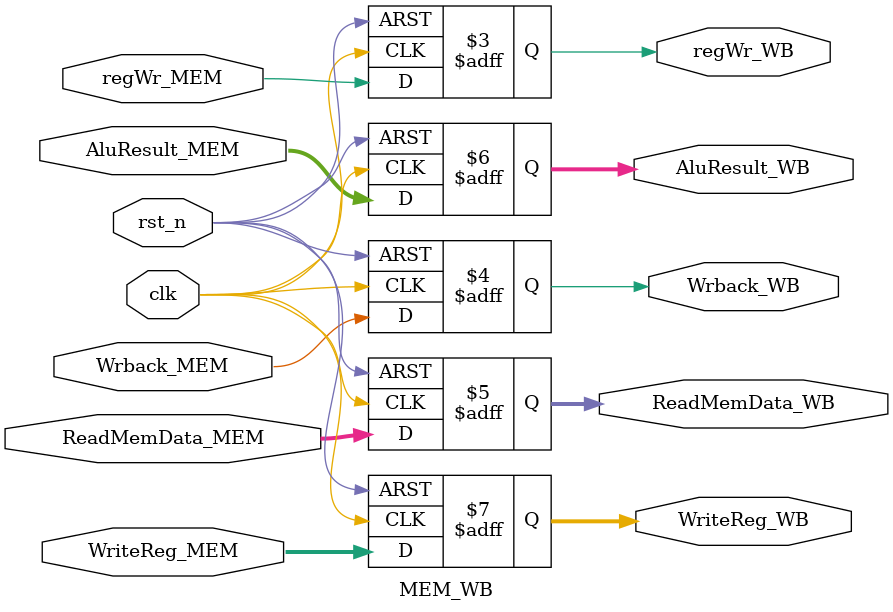
<source format=v>

module MEM_WB(
    input           clk,
    input           rst_n,
    input           regWr_MEM,
    input           Wrback_MEM,

    input [31:0]    ReadMemData_MEM,
    input [31:0]    AluResult_MEM,
    input [4:0]     WriteReg_MEM,

    output reg      regWr_WB,
    output reg      Wrback_WB,

    output reg [31:0] ReadMemData_WB,
    output reg [31:0] AluResult_WB,
    output reg [4:0]  WriteReg_WB
);
    
    always @(posedge clk,negedge rst_n) begin
        if(~rst_n)begin
            regWr_WB            <=   0;
            Wrback_WB           <=   0;
            ReadMemData_WB      <=   0;
            AluResult_WB        <=   0;
            WriteReg_WB         <=   0;
        end
        else begin
            regWr_WB            <=   regWr_MEM;
            Wrback_WB           <=   Wrback_MEM;
            ReadMemData_WB      <=   ReadMemData_MEM;
            AluResult_WB        <=   AluResult_MEM;
            WriteReg_WB         <=   WriteReg_MEM;
        end
    end
    
endmodule
</source>
